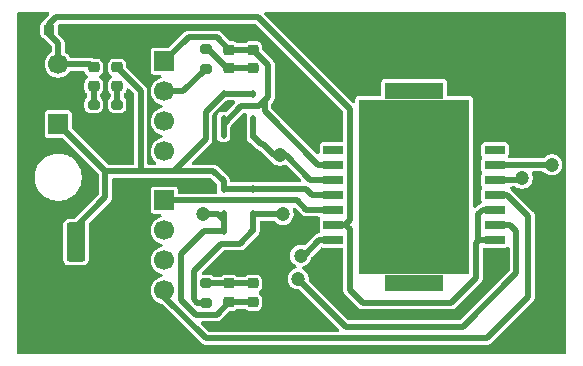
<source format=gbr>
%TF.GenerationSoftware,KiCad,Pcbnew,9.0.1*%
%TF.CreationDate,2025-04-11T16:34:43+02:00*%
%TF.ProjectId,Driver_CMS,44726976-6572-45f4-934d-532e6b696361,rev?*%
%TF.SameCoordinates,Original*%
%TF.FileFunction,Copper,L1,Top*%
%TF.FilePolarity,Positive*%
%FSLAX46Y46*%
G04 Gerber Fmt 4.6, Leading zero omitted, Abs format (unit mm)*
G04 Created by KiCad (PCBNEW 9.0.1) date 2025-04-11 16:34:43*
%MOMM*%
%LPD*%
G01*
G04 APERTURE LIST*
G04 Aperture macros list*
%AMRoundRect*
0 Rectangle with rounded corners*
0 $1 Rounding radius*
0 $2 $3 $4 $5 $6 $7 $8 $9 X,Y pos of 4 corners*
0 Add a 4 corners polygon primitive as box body*
4,1,4,$2,$3,$4,$5,$6,$7,$8,$9,$2,$3,0*
0 Add four circle primitives for the rounded corners*
1,1,$1+$1,$2,$3*
1,1,$1+$1,$4,$5*
1,1,$1+$1,$6,$7*
1,1,$1+$1,$8,$9*
0 Add four rect primitives between the rounded corners*
20,1,$1+$1,$2,$3,$4,$5,0*
20,1,$1+$1,$4,$5,$6,$7,0*
20,1,$1+$1,$6,$7,$8,$9,0*
20,1,$1+$1,$8,$9,$2,$3,0*%
G04 Aperture macros list end*
%TA.AperFunction,SMDPad,CuDef*%
%ADD10RoundRect,0.200000X-0.275000X0.200000X-0.275000X-0.200000X0.275000X-0.200000X0.275000X0.200000X0*%
%TD*%
%TA.AperFunction,SMDPad,CuDef*%
%ADD11RoundRect,0.112500X-0.112500X0.187500X-0.112500X-0.187500X0.112500X-0.187500X0.112500X0.187500X0*%
%TD*%
%TA.AperFunction,SMDPad,CuDef*%
%ADD12RoundRect,0.218750X0.256250X-0.218750X0.256250X0.218750X-0.256250X0.218750X-0.256250X-0.218750X0*%
%TD*%
%TA.AperFunction,SMDPad,CuDef*%
%ADD13R,1.700000X0.700000*%
%TD*%
%TA.AperFunction,SMDPad,CuDef*%
%ADD14R,5.000000X1.450000*%
%TD*%
%TA.AperFunction,SMDPad,CuDef*%
%ADD15R,9.400000X14.800000*%
%TD*%
%TA.AperFunction,ComponentPad*%
%ADD16R,1.700000X1.700000*%
%TD*%
%TA.AperFunction,ComponentPad*%
%ADD17C,1.700000*%
%TD*%
%TA.AperFunction,SMDPad,CuDef*%
%ADD18RoundRect,0.218750X-0.256250X0.218750X-0.256250X-0.218750X0.256250X-0.218750X0.256250X0.218750X0*%
%TD*%
%TA.AperFunction,SMDPad,CuDef*%
%ADD19RoundRect,0.250000X-0.550000X1.412500X-0.550000X-1.412500X0.550000X-1.412500X0.550000X1.412500X0*%
%TD*%
%TA.AperFunction,SMDPad,CuDef*%
%ADD20RoundRect,0.225000X0.225000X0.250000X-0.225000X0.250000X-0.225000X-0.250000X0.225000X-0.250000X0*%
%TD*%
%TA.AperFunction,ViaPad*%
%ADD21C,1.200000*%
%TD*%
%TA.AperFunction,Conductor*%
%ADD22C,0.500000*%
%TD*%
G04 APERTURE END LIST*
D10*
%TO.P,R5,1*%
%TO.N,Net-(D15-A)*%
X135720000Y-65817500D03*
%TO.P,R5,2*%
%TO.N,out_bobine3*%
X135720000Y-67467500D03*
%TD*%
D11*
%TO.P,D5,1,K*%
%TO.N,+24V*%
X139720000Y-57855000D03*
%TO.P,D5,2,A*%
%TO.N,out_bobine3*%
X139720000Y-59955000D03*
%TD*%
%TO.P,D4,1,K*%
%TO.N,out_bobine2*%
X139720000Y-53355000D03*
%TO.P,D4,2,A*%
%TO.N,GND*%
X139720000Y-55455000D03*
%TD*%
D12*
%TO.P,D14,1,K*%
%TO.N,Net-(D14-K)*%
X128220000Y-49142500D03*
%TO.P,D14,2,A*%
%TO.N,+24V*%
X128220000Y-47567500D03*
%TD*%
D13*
%TO.P,U2,1,GND*%
%TO.N,GND*%
X146500000Y-52000000D03*
%TO.P,U2,2,SENSE_A*%
X146500000Y-53270000D03*
%TO.P,U2,3,NC*%
%TO.N,unconnected-(U2-NC-Pad3)*%
X146500000Y-54540000D03*
%TO.P,U2,4,OUT1*%
%TO.N,out_bobine1*%
X146500000Y-55810000D03*
%TO.P,U2,5,OUT2*%
%TO.N,out_bobine2*%
X146500000Y-57080000D03*
%TO.P,U2,6,Vs*%
%TO.N,+24V*%
X146500000Y-58350000D03*
%TO.P,U2,7,IN1*%
%TO.N,alim_bobine1*%
X146500000Y-59620000D03*
%TO.P,U2,8,EnA*%
%TO.N,+5V*%
X146500000Y-60890000D03*
%TO.P,U2,9,IN2*%
%TO.N,alim_bobine2*%
X146500000Y-62160000D03*
%TO.P,U2,10,GND*%
%TO.N,GND*%
X146500000Y-63430000D03*
%TO.P,U2,11,GND*%
X160200000Y-63430000D03*
%TO.P,U2,12,Vss*%
%TO.N,+5V*%
X160200000Y-62160000D03*
%TO.P,U2,13,IN3*%
%TO.N,alim_bobine3*%
X160200000Y-60890000D03*
%TO.P,U2,14,EnB*%
%TO.N,+5V*%
X160200000Y-59620000D03*
%TO.P,U2,15,IN4*%
%TO.N,alim_bobine4*%
X160200000Y-58350000D03*
%TO.P,U2,16,OUT3*%
%TO.N,out_bobine3*%
X160200000Y-57080000D03*
%TO.P,U2,17,OUT4*%
%TO.N,out_bobine4*%
X160200000Y-55810000D03*
%TO.P,U2,18,NC*%
%TO.N,unconnected-(U2-NC-Pad18)*%
X160200000Y-54540000D03*
%TO.P,U2,19,SENSE_B*%
%TO.N,GND*%
X160200000Y-53270000D03*
%TO.P,U2,20,GND*%
X160200000Y-52000000D03*
D14*
%TO.P,U2,21*%
%TO.N,N/C*%
X153350000Y-49590000D03*
D15*
X153350000Y-57715000D03*
D14*
X153350000Y-65840000D03*
%TD*%
D11*
%TO.P,D2,1,K*%
%TO.N,out_bobine1*%
X137220000Y-53305000D03*
%TO.P,D2,2,A*%
%TO.N,GND*%
X137220000Y-55405000D03*
%TD*%
%TO.P,D3,1,K*%
%TO.N,+24V*%
X139720000Y-49805000D03*
%TO.P,D3,2,A*%
%TO.N,out_bobine2*%
X139720000Y-51905000D03*
%TD*%
D12*
%TO.P,D18,1,K*%
%TO.N,Net-(D17-A)*%
X137720000Y-47642500D03*
%TO.P,D18,2,A*%
%TO.N,out_bobine1*%
X137720000Y-46067500D03*
%TD*%
D11*
%TO.P,D7,1,K*%
%TO.N,out_bobine3*%
X139720000Y-61355000D03*
%TO.P,D7,2,A*%
%TO.N,GND*%
X139720000Y-63455000D03*
%TD*%
D16*
%TO.P,J3,1,Pin_1*%
%TO.N,+24V*%
X123220000Y-52355000D03*
D17*
%TO.P,J3,2,Pin_2*%
%TO.N,GND*%
X123220000Y-49815000D03*
%TO.P,J3,3,Pin_3*%
%TO.N,+5V*%
X123220000Y-47275000D03*
%TD*%
D12*
%TO.P,D15,1,K*%
%TO.N,out_bobine4*%
X137720000Y-67430000D03*
%TO.P,D15,2,A*%
%TO.N,Net-(D15-A)*%
X137720000Y-65855000D03*
%TD*%
D10*
%TO.P,R4,1*%
%TO.N,Net-(D14-K)*%
X128220000Y-50705000D03*
%TO.P,R4,2*%
%TO.N,GND*%
X128220000Y-52355000D03*
%TD*%
D18*
%TO.P,D16,1,K*%
%TO.N,Net-(D15-A)*%
X139720000Y-65855000D03*
%TO.P,D16,2,A*%
%TO.N,out_bobine4*%
X139720000Y-67430000D03*
%TD*%
D11*
%TO.P,D8,1,K*%
%TO.N,out_bobine4*%
X137220000Y-61405000D03*
%TO.P,D8,2,A*%
%TO.N,GND*%
X137220000Y-63505000D03*
%TD*%
D16*
%TO.P,J2,1,Pin_1*%
%TO.N,alim_bobine1*%
X132220000Y-58815000D03*
D17*
%TO.P,J2,2,Pin_2*%
%TO.N,alim_bobine2*%
X132220000Y-61355000D03*
%TO.P,J2,3,Pin_3*%
%TO.N,alim_bobine3*%
X132220000Y-63895000D03*
%TO.P,J2,4,Pin_4*%
%TO.N,alim_bobine4*%
X132220000Y-66435000D03*
%TD*%
D11*
%TO.P,D6,1,K*%
%TO.N,+24V*%
X137220000Y-57855000D03*
%TO.P,D6,2,A*%
%TO.N,out_bobine4*%
X137220000Y-59955000D03*
%TD*%
D19*
%TO.P,C2,1*%
%TO.N,+24V*%
X124720000Y-62355000D03*
%TO.P,C2,2*%
%TO.N,GND*%
X124720000Y-67430000D03*
%TD*%
D20*
%TO.P,C1,1*%
%TO.N,GND*%
X123995000Y-44355000D03*
%TO.P,C1,2*%
%TO.N,+5V*%
X122445000Y-44355000D03*
%TD*%
D11*
%TO.P,D1,1,K*%
%TO.N,+24V*%
X137220000Y-49805000D03*
%TO.P,D1,2,A*%
%TO.N,out_bobine1*%
X137220000Y-51905000D03*
%TD*%
D10*
%TO.P,R3,1*%
%TO.N,Net-(D19-K)*%
X126220000Y-50705000D03*
%TO.P,R3,2*%
%TO.N,GND*%
X126220000Y-52355000D03*
%TD*%
D18*
%TO.P,D17,1,K*%
%TO.N,out_bobine1*%
X139720000Y-46067500D03*
%TO.P,D17,2,A*%
%TO.N,Net-(D17-A)*%
X139720000Y-47642500D03*
%TD*%
D16*
%TO.P,J1,1,Pin_1*%
%TO.N,out_bobine1*%
X132220000Y-47045000D03*
D17*
%TO.P,J1,2,Pin_2*%
%TO.N,out_bobine2*%
X132220000Y-49585000D03*
%TO.P,J1,3,Pin_3*%
%TO.N,out_bobine3*%
X132220000Y-52125000D03*
%TO.P,J1,4,Pin_4*%
%TO.N,out_bobine4*%
X132220000Y-54665000D03*
%TD*%
D12*
%TO.P,D19,1,K*%
%TO.N,Net-(D19-K)*%
X126220000Y-49142500D03*
%TO.P,D19,2,A*%
%TO.N,+5V*%
X126220000Y-47567500D03*
%TD*%
D10*
%TO.P,R6,1*%
%TO.N,Net-(D17-A)*%
X135720000Y-46030000D03*
%TO.P,R6,2*%
%TO.N,out_bobine2*%
X135720000Y-47680000D03*
%TD*%
D21*
%TO.N,out_bobine4*%
X165000000Y-55810000D03*
%TO.N,GND*%
X142000000Y-67000000D03*
X146500000Y-65000000D03*
X141000000Y-56500000D03*
%TO.N,out_bobine2*%
X142000000Y-55000000D03*
%TO.N,out_bobine3*%
X162500000Y-56942169D03*
X142250000Y-60000000D03*
%TO.N,out_bobine4*%
X135500000Y-60000000D03*
%TO.N,alim_bobine2*%
X143750000Y-63500000D03*
%TO.N,alim_bobine3*%
X143541645Y-65458355D03*
%TD*%
D22*
%TO.N,alim_bobine3*%
X143541645Y-65458355D02*
X147583290Y-69500000D01*
X161500000Y-60890000D02*
X160200000Y-60890000D01*
X162000000Y-61390000D02*
X161500000Y-60890000D01*
X147583290Y-69500000D02*
X157500000Y-69500000D01*
X162000000Y-65000000D02*
X162000000Y-61390000D01*
X157500000Y-69500000D02*
X162000000Y-65000000D01*
%TO.N,out_bobine3*%
X139765000Y-60000000D02*
X139720000Y-59955000D01*
X142250000Y-60000000D02*
X139765000Y-60000000D01*
%TO.N,alim_bobine1*%
X146500000Y-59620000D02*
X144238169Y-59620000D01*
X144238169Y-59620000D02*
X143433169Y-58815000D01*
X143433169Y-58815000D02*
X132220000Y-58815000D01*
%TO.N,alim_bobine2*%
X143750000Y-63500000D02*
X144000000Y-63500000D01*
X145340000Y-62160000D02*
X146500000Y-62160000D01*
X144000000Y-63500000D02*
X145340000Y-62160000D01*
%TO.N,out_bobine4*%
X162023240Y-55791169D02*
X162004409Y-55810000D01*
X162976760Y-55791169D02*
X162023240Y-55791169D01*
X162004409Y-55810000D02*
X160200000Y-55810000D01*
X165000000Y-55810000D02*
X162995591Y-55810000D01*
X162995591Y-55810000D02*
X162976760Y-55791169D01*
%TO.N,+5V*%
X158601000Y-62409000D02*
X158601000Y-65399000D01*
X159168000Y-59620000D02*
X158799000Y-59989000D01*
X125927500Y-47275000D02*
X126220000Y-47567500D01*
X146500000Y-60890000D02*
X147532000Y-60890000D01*
X122445000Y-43880000D02*
X122445000Y-44355000D01*
X140131000Y-43329000D02*
X122996000Y-43329000D01*
X158799000Y-62109000D02*
X158850000Y-62160000D01*
X158850000Y-62160000D02*
X158601000Y-62409000D01*
X147901000Y-66401000D02*
X147901000Y-61259000D01*
X149000000Y-67500000D02*
X147901000Y-66401000D01*
X147901000Y-61259000D02*
X147532000Y-60890000D01*
X123220000Y-47275000D02*
X125927500Y-47275000D01*
X160200000Y-62160000D02*
X158850000Y-62160000D01*
X156500000Y-67500000D02*
X149000000Y-67500000D01*
X160200000Y-59620000D02*
X159168000Y-59620000D01*
X158601000Y-65399000D02*
X156500000Y-67500000D01*
X147901000Y-60521000D02*
X147901000Y-51099000D01*
X158799000Y-59989000D02*
X158799000Y-62109000D01*
X147532000Y-60890000D02*
X147901000Y-60521000D01*
X123220000Y-47275000D02*
X123220000Y-45520000D01*
X122996000Y-43329000D02*
X122445000Y-43880000D01*
X122445000Y-44745000D02*
X122445000Y-44355000D01*
X147901000Y-51099000D02*
X140131000Y-43329000D01*
X123220000Y-45520000D02*
X122445000Y-44745000D01*
%TO.N,GND*%
X146500000Y-53270000D02*
X146500000Y-52000000D01*
X137220000Y-55405000D02*
X139670000Y-55405000D01*
X137220000Y-63505000D02*
X139670000Y-63505000D01*
X139670000Y-55405000D02*
X139720000Y-55455000D01*
X160200000Y-53270000D02*
X160200000Y-52000000D01*
X139670000Y-63505000D02*
X139720000Y-63455000D01*
%TO.N,+24V*%
X144697214Y-58350000D02*
X146500000Y-58350000D01*
X124720000Y-62355000D02*
X124720000Y-61054353D01*
X128220000Y-47567500D02*
X130220000Y-49567500D01*
X127220000Y-56355000D02*
X125720000Y-54855000D01*
X137220000Y-57220000D02*
X136355000Y-56355000D01*
X133019700Y-56355000D02*
X130220000Y-56355000D01*
X137220000Y-49805000D02*
X135720000Y-51305000D01*
X127220000Y-58554353D02*
X127220000Y-56355000D01*
X137220000Y-49805000D02*
X139720000Y-49805000D01*
X139500000Y-57855000D02*
X139720000Y-57855000D01*
X144202214Y-57855000D02*
X144697214Y-58350000D01*
X130220000Y-56355000D02*
X127220000Y-56355000D01*
X135720000Y-51305000D02*
X135720000Y-53654700D01*
X137220000Y-57855000D02*
X139500000Y-57855000D01*
X124720000Y-61054353D02*
X127220000Y-58554353D01*
X123220000Y-52355000D02*
X125720000Y-54855000D01*
X130220000Y-49567500D02*
X130220000Y-56355000D01*
X136355000Y-56355000D02*
X133019700Y-56355000D01*
X139500000Y-57855000D02*
X144202214Y-57855000D01*
X135720000Y-53654700D02*
X133019700Y-56355000D01*
X137220000Y-57855000D02*
X137220000Y-57220000D01*
%TO.N,out_bobine1*%
X141000000Y-50075000D02*
X141000000Y-47347500D01*
X145256339Y-55810000D02*
X140720000Y-51273661D01*
X140720000Y-50355000D02*
X141000000Y-50075000D01*
X137220000Y-52355000D02*
X137220000Y-51905000D01*
X140720000Y-51273661D02*
X140720000Y-50355000D01*
X136652500Y-45000000D02*
X137720000Y-46067500D01*
X141000000Y-47347500D02*
X139720000Y-46067500D01*
X140220000Y-50855000D02*
X140720000Y-50355000D01*
X138720000Y-50855000D02*
X140220000Y-50855000D01*
X137720000Y-46067500D02*
X139720000Y-46067500D01*
X137220000Y-53305000D02*
X137220000Y-52355000D01*
X132220000Y-47045000D02*
X134265000Y-45000000D01*
X137220000Y-52355000D02*
X138720000Y-50855000D01*
X134265000Y-45000000D02*
X136652500Y-45000000D01*
X146500000Y-55810000D02*
X145256339Y-55810000D01*
%TO.N,out_bobine2*%
X144560000Y-57080000D02*
X146500000Y-57080000D01*
X141500000Y-55000000D02*
X140540000Y-54040000D01*
X142000000Y-55000000D02*
X141500000Y-55000000D01*
X132220000Y-49585000D02*
X133815000Y-49585000D01*
X142480000Y-55000000D02*
X144560000Y-57080000D01*
X140405000Y-54040000D02*
X139720000Y-53355000D01*
X140540000Y-54040000D02*
X140405000Y-54040000D01*
X133815000Y-49585000D02*
X135720000Y-47680000D01*
X142000000Y-55000000D02*
X142480000Y-55000000D01*
X139720000Y-53355000D02*
X139720000Y-51905000D01*
%TO.N,out_bobine3*%
X162500000Y-56942169D02*
X162362169Y-57080000D01*
X134967500Y-67467500D02*
X135720000Y-67467500D01*
X139720000Y-61355000D02*
X138575000Y-62500000D01*
X134694000Y-67194000D02*
X134967500Y-67467500D01*
X136983552Y-62500000D02*
X134694000Y-64789552D01*
X139720000Y-60500000D02*
X139720000Y-61355000D01*
X138575000Y-62500000D02*
X136983552Y-62500000D01*
X134694000Y-64789552D02*
X134694000Y-67194000D01*
X162362169Y-57080000D02*
X160200000Y-57080000D01*
X139720000Y-59955000D02*
X139720000Y-60500000D01*
%TO.N,out_bobine4*%
X136720000Y-60000000D02*
X137220000Y-60500000D01*
X137220000Y-60500000D02*
X137220000Y-61405000D01*
X135500000Y-60000000D02*
X136720000Y-60000000D01*
X139720000Y-67430000D02*
X137720000Y-67430000D01*
X136650000Y-68500000D02*
X137720000Y-67430000D01*
X133650000Y-63350000D02*
X133650000Y-67285000D01*
X133650000Y-67285000D02*
X134865000Y-68500000D01*
X135595000Y-61405000D02*
X133650000Y-63350000D01*
X137220000Y-61405000D02*
X135595000Y-61405000D01*
X137220000Y-59955000D02*
X137220000Y-60500000D01*
X134865000Y-68500000D02*
X136650000Y-68500000D01*
%TO.N,Net-(D14-K)*%
X128220000Y-50705000D02*
X128220000Y-49142500D01*
%TO.N,Net-(D15-A)*%
X135720000Y-65817500D02*
X137682500Y-65817500D01*
X137682500Y-65817500D02*
X137720000Y-65855000D01*
X139720000Y-65855000D02*
X137720000Y-65855000D01*
%TO.N,Net-(D17-A)*%
X135895000Y-46030000D02*
X137507500Y-47642500D01*
X137720000Y-47642500D02*
X139720000Y-47642500D01*
X135720000Y-46030000D02*
X135895000Y-46030000D01*
X137507500Y-47642500D02*
X137720000Y-47642500D01*
%TO.N,Net-(D19-K)*%
X126220000Y-49142500D02*
X126220000Y-50705000D01*
%TO.N,alim_bobine4*%
X135732214Y-70500000D02*
X159500000Y-70500000D01*
X163000000Y-67000000D02*
X163000000Y-60118000D01*
X132220000Y-66987786D02*
X135732214Y-70500000D01*
X159500000Y-70500000D02*
X163000000Y-67000000D01*
X163000000Y-60118000D02*
X161232000Y-58350000D01*
X161232000Y-58350000D02*
X160200000Y-58350000D01*
X132220000Y-66435000D02*
X132220000Y-66987786D01*
%TD*%
%TA.AperFunction,Conductor*%
%TO.N,GND*%
G36*
X122405758Y-42875462D02*
G01*
X122460296Y-42930000D01*
X122480258Y-43004500D01*
X122460296Y-43079000D01*
X122436617Y-43109859D01*
X122004490Y-43541984D01*
X121950793Y-43634991D01*
X121911789Y-43679213D01*
X121844923Y-43729921D01*
X121844920Y-43729924D01*
X121757638Y-43845020D01*
X121757635Y-43845026D01*
X121704640Y-43979409D01*
X121694500Y-44063852D01*
X121694500Y-44646147D01*
X121704640Y-44730590D01*
X121757635Y-44864973D01*
X121757638Y-44864979D01*
X121826574Y-44955883D01*
X121844922Y-44980078D01*
X121960025Y-45067364D01*
X121978797Y-45074766D01*
X122029494Y-45108019D01*
X122625859Y-45704383D01*
X122664423Y-45771178D01*
X122669500Y-45809742D01*
X122669500Y-46176945D01*
X122649538Y-46251445D01*
X122608080Y-46297489D01*
X122470500Y-46397446D01*
X122470497Y-46397448D01*
X122342448Y-46525497D01*
X122342446Y-46525500D01*
X122236005Y-46672003D01*
X122236005Y-46672004D01*
X122153789Y-46833360D01*
X122130675Y-46904500D01*
X122097829Y-47005591D01*
X122069500Y-47184454D01*
X122069500Y-47365546D01*
X122097829Y-47544409D01*
X122153789Y-47716639D01*
X122225829Y-47858025D01*
X122236005Y-47877995D01*
X122236005Y-47877996D01*
X122259509Y-47910346D01*
X122342447Y-48024501D01*
X122470499Y-48152553D01*
X122617006Y-48258996D01*
X122778361Y-48341211D01*
X122950591Y-48397171D01*
X123129454Y-48425500D01*
X123129458Y-48425500D01*
X123310542Y-48425500D01*
X123310546Y-48425500D01*
X123489409Y-48397171D01*
X123661639Y-48341211D01*
X123822994Y-48258996D01*
X123969501Y-48152553D01*
X124097553Y-48024501D01*
X124197511Y-47886920D01*
X124257451Y-47838382D01*
X124318055Y-47825500D01*
X125319653Y-47825500D01*
X125394153Y-47845462D01*
X125448691Y-47900000D01*
X125458262Y-47919833D01*
X125484940Y-47987483D01*
X125506884Y-48043130D01*
X125506884Y-48043131D01*
X125593131Y-48156865D01*
X125593134Y-48156868D01*
X125697849Y-48236276D01*
X125745149Y-48297198D01*
X125755652Y-48373607D01*
X125726542Y-48445031D01*
X125697849Y-48473724D01*
X125593134Y-48553131D01*
X125593131Y-48553134D01*
X125506884Y-48666868D01*
X125506884Y-48666869D01*
X125490882Y-48707448D01*
X125456353Y-48795010D01*
X125454521Y-48799655D01*
X125454520Y-48799657D01*
X125450216Y-48835499D01*
X125444500Y-48883098D01*
X125444500Y-49401902D01*
X125454521Y-49485346D01*
X125506885Y-49618132D01*
X125593133Y-49731867D01*
X125593135Y-49731868D01*
X125593137Y-49731871D01*
X125610529Y-49745059D01*
X125628645Y-49768391D01*
X125649538Y-49789284D01*
X125651999Y-49798469D01*
X125657830Y-49805979D01*
X125669500Y-49863784D01*
X125669500Y-50011450D01*
X125649538Y-50085950D01*
X125609795Y-50130729D01*
X125587454Y-50147453D01*
X125587452Y-50147455D01*
X125501204Y-50262666D01*
X125501202Y-50262670D01*
X125450908Y-50397517D01*
X125444500Y-50457114D01*
X125444500Y-50952863D01*
X125444502Y-50952888D01*
X125450908Y-51012478D01*
X125450909Y-51012484D01*
X125501202Y-51147329D01*
X125501204Y-51147333D01*
X125587452Y-51262544D01*
X125587455Y-51262547D01*
X125702666Y-51348795D01*
X125702670Y-51348797D01*
X125837517Y-51399091D01*
X125897114Y-51405499D01*
X125897118Y-51405499D01*
X125897127Y-51405500D01*
X126542872Y-51405499D01*
X126602483Y-51399091D01*
X126698447Y-51363298D01*
X126737329Y-51348797D01*
X126737333Y-51348795D01*
X126824710Y-51283384D01*
X126852546Y-51262546D01*
X126938796Y-51147331D01*
X126941156Y-51141005D01*
X126960449Y-51089277D01*
X126989091Y-51012483D01*
X126993983Y-50966984D01*
X126995499Y-50952885D01*
X126995499Y-50952882D01*
X126995500Y-50952873D01*
X126995499Y-50457128D01*
X126989091Y-50397517D01*
X126948051Y-50287483D01*
X126938797Y-50262670D01*
X126938795Y-50262666D01*
X126852547Y-50147455D01*
X126852545Y-50147453D01*
X126830205Y-50130729D01*
X126811667Y-50107155D01*
X126790462Y-50085950D01*
X126788120Y-50077211D01*
X126782529Y-50070101D01*
X126770500Y-50011450D01*
X126770500Y-49863784D01*
X126790462Y-49789284D01*
X126829471Y-49745059D01*
X126846862Y-49731871D01*
X126846862Y-49731870D01*
X126846867Y-49731867D01*
X126933115Y-49618132D01*
X126985479Y-49485346D01*
X126995500Y-49401902D01*
X126995500Y-48883098D01*
X126985479Y-48799654D01*
X126933115Y-48666868D01*
X126892109Y-48612793D01*
X126846868Y-48553134D01*
X126846865Y-48553131D01*
X126791606Y-48511227D01*
X126742149Y-48473722D01*
X126694850Y-48412803D01*
X126684347Y-48336393D01*
X126713457Y-48264969D01*
X126742148Y-48236277D01*
X126846867Y-48156867D01*
X126933115Y-48043132D01*
X126985479Y-47910346D01*
X126995500Y-47826902D01*
X126995500Y-47308098D01*
X126985479Y-47224654D01*
X126933115Y-47091868D01*
X126850014Y-46982283D01*
X126846868Y-46978134D01*
X126846865Y-46978131D01*
X126762982Y-46914521D01*
X126733132Y-46891885D01*
X126733130Y-46891884D01*
X126686782Y-46873607D01*
X126600346Y-46839521D01*
X126600343Y-46839520D01*
X126600342Y-46839520D01*
X126516902Y-46829500D01*
X126296796Y-46829500D01*
X126237857Y-46817347D01*
X126229846Y-46813896D01*
X126139985Y-46762016D01*
X126069446Y-46743115D01*
X126059008Y-46740318D01*
X126059001Y-46740315D01*
X125999977Y-46724500D01*
X125999975Y-46724500D01*
X124318055Y-46724500D01*
X124243555Y-46704538D01*
X124197511Y-46663080D01*
X124168447Y-46623077D01*
X124097553Y-46525499D01*
X123969501Y-46397447D01*
X123831920Y-46297489D01*
X123783382Y-46237549D01*
X123770500Y-46176945D01*
X123770500Y-45447525D01*
X123770499Y-45447523D01*
X123755591Y-45391884D01*
X123732984Y-45307515D01*
X123704387Y-45257984D01*
X123660510Y-45181986D01*
X123238877Y-44760353D01*
X123200313Y-44693558D01*
X123195963Y-44650598D01*
X123195500Y-44650598D01*
X123195500Y-44063857D01*
X123195499Y-44063847D01*
X123193388Y-44046263D01*
X123204326Y-43969914D01*
X123251973Y-43909264D01*
X123323562Y-43880563D01*
X123341325Y-43879500D01*
X139841257Y-43879500D01*
X139915757Y-43899462D01*
X139946616Y-43923141D01*
X147306859Y-51283384D01*
X147345423Y-51350179D01*
X147350500Y-51388743D01*
X147350500Y-53740500D01*
X147330538Y-53815000D01*
X147276000Y-53869538D01*
X147201500Y-53889500D01*
X145605133Y-53889500D01*
X145580010Y-53892414D01*
X145580007Y-53892415D01*
X145477235Y-53937793D01*
X145397793Y-54017235D01*
X145352416Y-54120005D01*
X145352415Y-54120008D01*
X145352415Y-54120009D01*
X145349500Y-54145135D01*
X145349500Y-54145136D01*
X145349500Y-54145140D01*
X145349500Y-54764918D01*
X145329538Y-54839418D01*
X145275000Y-54893956D01*
X145200500Y-54913918D01*
X145126000Y-54893956D01*
X145095141Y-54870277D01*
X141314141Y-51089277D01*
X141275577Y-51022482D01*
X141270500Y-50983918D01*
X141270500Y-50644743D01*
X141290462Y-50570243D01*
X141314141Y-50539384D01*
X141369768Y-50483757D01*
X141440510Y-50413015D01*
X141512984Y-50287485D01*
X141517633Y-50270135D01*
X141519634Y-50262670D01*
X141539642Y-50187996D01*
X141550500Y-50147475D01*
X141550500Y-47275025D01*
X141512984Y-47135015D01*
X141502857Y-47117474D01*
X141488073Y-47091868D01*
X141440510Y-47009485D01*
X140539141Y-46108116D01*
X140500577Y-46041321D01*
X140495500Y-46002757D01*
X140495500Y-45808099D01*
X140495500Y-45808098D01*
X140485479Y-45724654D01*
X140433115Y-45591868D01*
X140351537Y-45484291D01*
X140346868Y-45478134D01*
X140346865Y-45478131D01*
X140291891Y-45436443D01*
X140233132Y-45391885D01*
X140233130Y-45391884D01*
X140205072Y-45380819D01*
X140100346Y-45339521D01*
X140100343Y-45339520D01*
X140100342Y-45339520D01*
X140016902Y-45329500D01*
X139423098Y-45329500D01*
X139423097Y-45329500D01*
X139339657Y-45339520D01*
X139339655Y-45339520D01*
X139339654Y-45339521D01*
X139287291Y-45360170D01*
X139206869Y-45391884D01*
X139206868Y-45391884D01*
X139085012Y-45484291D01*
X139083172Y-45481865D01*
X139031112Y-45511923D01*
X138992548Y-45517000D01*
X138447452Y-45517000D01*
X138372952Y-45497038D01*
X138355485Y-45483635D01*
X138354988Y-45484291D01*
X138305722Y-45446932D01*
X138233132Y-45391885D01*
X138233130Y-45391884D01*
X138205072Y-45380819D01*
X138100346Y-45339521D01*
X138100343Y-45339520D01*
X138100342Y-45339520D01*
X138016902Y-45329500D01*
X137822243Y-45329500D01*
X137747743Y-45309538D01*
X137716884Y-45285859D01*
X136990515Y-44559490D01*
X136864985Y-44487016D01*
X136724975Y-44449500D01*
X134192525Y-44449500D01*
X134052515Y-44487016D01*
X134052513Y-44487016D01*
X134052513Y-44487017D01*
X133926984Y-44559490D01*
X132635614Y-45850859D01*
X132568819Y-45889423D01*
X132530255Y-45894500D01*
X131325133Y-45894500D01*
X131300010Y-45897414D01*
X131300007Y-45897415D01*
X131197235Y-45942793D01*
X131117793Y-46022235D01*
X131072416Y-46125005D01*
X131072415Y-46125008D01*
X131072415Y-46125009D01*
X131069500Y-46150135D01*
X131069500Y-46150139D01*
X131069500Y-46150140D01*
X131069500Y-47939866D01*
X131072414Y-47964989D01*
X131072415Y-47964992D01*
X131117793Y-48067764D01*
X131117794Y-48067765D01*
X131197235Y-48147206D01*
X131300009Y-48192585D01*
X131325135Y-48195500D01*
X131832596Y-48195499D01*
X131907094Y-48215461D01*
X131961632Y-48269999D01*
X131981594Y-48344499D01*
X131961632Y-48418999D01*
X131907094Y-48473537D01*
X131878638Y-48486206D01*
X131778364Y-48518786D01*
X131778363Y-48518787D01*
X131617004Y-48601005D01*
X131617003Y-48601005D01*
X131470500Y-48707446D01*
X131470497Y-48707448D01*
X131342448Y-48835497D01*
X131342446Y-48835500D01*
X131236005Y-48982003D01*
X131236005Y-48982004D01*
X131153789Y-49143360D01*
X131153789Y-49143361D01*
X131097829Y-49315591D01*
X131069500Y-49494454D01*
X131069500Y-49675546D01*
X131097829Y-49854409D01*
X131153789Y-50026639D01*
X131236004Y-50187994D01*
X131342447Y-50334501D01*
X131470499Y-50462553D01*
X131617006Y-50568996D01*
X131778361Y-50651211D01*
X131950591Y-50707171D01*
X131950592Y-50707171D01*
X131950595Y-50707172D01*
X131954779Y-50707835D01*
X132025238Y-50739206D01*
X132070573Y-50801604D01*
X132078634Y-50878310D01*
X132047263Y-50948769D01*
X131984865Y-50994104D01*
X131954779Y-51002165D01*
X131950595Y-51002827D01*
X131778360Y-51058789D01*
X131617004Y-51141005D01*
X131617003Y-51141005D01*
X131470500Y-51247446D01*
X131470497Y-51247448D01*
X131342448Y-51375497D01*
X131342446Y-51375500D01*
X131236005Y-51522003D01*
X131236005Y-51522004D01*
X131153789Y-51683360D01*
X131142012Y-51719607D01*
X131097829Y-51855591D01*
X131069500Y-52034454D01*
X131069500Y-52215546D01*
X131097829Y-52394409D01*
X131153789Y-52566639D01*
X131236004Y-52727994D01*
X131342447Y-52874501D01*
X131470499Y-53002553D01*
X131617006Y-53108996D01*
X131778361Y-53191211D01*
X131950591Y-53247171D01*
X131950592Y-53247171D01*
X131950595Y-53247172D01*
X131954779Y-53247835D01*
X132025238Y-53279206D01*
X132070573Y-53341604D01*
X132078634Y-53418310D01*
X132047263Y-53488769D01*
X131984865Y-53534104D01*
X131954779Y-53542165D01*
X131950595Y-53542827D01*
X131778360Y-53598789D01*
X131617004Y-53681005D01*
X131617003Y-53681005D01*
X131470500Y-53787446D01*
X131470497Y-53787448D01*
X131342448Y-53915497D01*
X131342446Y-53915500D01*
X131236005Y-54062003D01*
X131236005Y-54062004D01*
X131153789Y-54223360D01*
X131128714Y-54300536D01*
X131097829Y-54395591D01*
X131069500Y-54574454D01*
X131069500Y-54755546D01*
X131097829Y-54934409D01*
X131153789Y-55106639D01*
X131231676Y-55259500D01*
X131236005Y-55267995D01*
X131236005Y-55267996D01*
X131249983Y-55287235D01*
X131319889Y-55383453D01*
X131342446Y-55414499D01*
X131342448Y-55414502D01*
X131474639Y-55546693D01*
X131473770Y-55547561D01*
X131513771Y-55605764D01*
X131519822Y-55682655D01*
X131486616Y-55752269D01*
X131423053Y-55795954D01*
X131373317Y-55804500D01*
X130919500Y-55804500D01*
X130845000Y-55784538D01*
X130790462Y-55730000D01*
X130770500Y-55655500D01*
X130770500Y-49495025D01*
X130770499Y-49495021D01*
X130732984Y-49355015D01*
X130730955Y-49351501D01*
X130730950Y-49351492D01*
X130660510Y-49229485D01*
X129039141Y-47608116D01*
X129000577Y-47541321D01*
X128995500Y-47502757D01*
X128995500Y-47308099D01*
X128995500Y-47308098D01*
X128985479Y-47224654D01*
X128933115Y-47091868D01*
X128850014Y-46982283D01*
X128846868Y-46978134D01*
X128846865Y-46978131D01*
X128762982Y-46914521D01*
X128733132Y-46891885D01*
X128733130Y-46891884D01*
X128686782Y-46873607D01*
X128600346Y-46839521D01*
X128600343Y-46839520D01*
X128600342Y-46839520D01*
X128516902Y-46829500D01*
X127923098Y-46829500D01*
X127923097Y-46829500D01*
X127839657Y-46839520D01*
X127839655Y-46839520D01*
X127839654Y-46839521D01*
X127787291Y-46860170D01*
X127706869Y-46891884D01*
X127706868Y-46891884D01*
X127593134Y-46978131D01*
X127593131Y-46978134D01*
X127506884Y-47091868D01*
X127506884Y-47091869D01*
X127454521Y-47224655D01*
X127454520Y-47224657D01*
X127444500Y-47308097D01*
X127444500Y-47826902D01*
X127454520Y-47910342D01*
X127454520Y-47910343D01*
X127454521Y-47910346D01*
X127484940Y-47987483D01*
X127506884Y-48043130D01*
X127506884Y-48043131D01*
X127593131Y-48156865D01*
X127593134Y-48156868D01*
X127697849Y-48236276D01*
X127745149Y-48297198D01*
X127755652Y-48373607D01*
X127726542Y-48445031D01*
X127697849Y-48473724D01*
X127593134Y-48553131D01*
X127593131Y-48553134D01*
X127506884Y-48666868D01*
X127506884Y-48666869D01*
X127490882Y-48707448D01*
X127456353Y-48795010D01*
X127454521Y-48799655D01*
X127454520Y-48799657D01*
X127450216Y-48835499D01*
X127444500Y-48883098D01*
X127444500Y-49401902D01*
X127454521Y-49485346D01*
X127506885Y-49618132D01*
X127593133Y-49731867D01*
X127593135Y-49731868D01*
X127593137Y-49731871D01*
X127610529Y-49745059D01*
X127628645Y-49768391D01*
X127649538Y-49789284D01*
X127651999Y-49798469D01*
X127657830Y-49805979D01*
X127669500Y-49863784D01*
X127669500Y-50011450D01*
X127649538Y-50085950D01*
X127609795Y-50130729D01*
X127587454Y-50147453D01*
X127587452Y-50147455D01*
X127501204Y-50262666D01*
X127501202Y-50262670D01*
X127450908Y-50397517D01*
X127444500Y-50457114D01*
X127444500Y-50952863D01*
X127444502Y-50952888D01*
X127450908Y-51012478D01*
X127450909Y-51012484D01*
X127501202Y-51147329D01*
X127501204Y-51147333D01*
X127587452Y-51262544D01*
X127587455Y-51262547D01*
X127702666Y-51348795D01*
X127702670Y-51348797D01*
X127837517Y-51399091D01*
X127897114Y-51405499D01*
X127897118Y-51405499D01*
X127897127Y-51405500D01*
X128542872Y-51405499D01*
X128602483Y-51399091D01*
X128698447Y-51363298D01*
X128737329Y-51348797D01*
X128737333Y-51348795D01*
X128824710Y-51283384D01*
X128852546Y-51262546D01*
X128938796Y-51147331D01*
X128941156Y-51141005D01*
X128960449Y-51089277D01*
X128989091Y-51012483D01*
X128993983Y-50966984D01*
X128995499Y-50952885D01*
X128995499Y-50952882D01*
X128995500Y-50952873D01*
X128995499Y-50457128D01*
X128989091Y-50397517D01*
X128948051Y-50287483D01*
X128938797Y-50262670D01*
X128938795Y-50262666D01*
X128852547Y-50147455D01*
X128852545Y-50147453D01*
X128830205Y-50130729D01*
X128811667Y-50107155D01*
X128790462Y-50085950D01*
X128788120Y-50077211D01*
X128782529Y-50070101D01*
X128770500Y-50011450D01*
X128770500Y-49863784D01*
X128790462Y-49789284D01*
X128829471Y-49745059D01*
X128846862Y-49731871D01*
X128846862Y-49731870D01*
X128846867Y-49731867D01*
X128933115Y-49618132D01*
X128985479Y-49485346D01*
X128989012Y-49455926D01*
X129017714Y-49384338D01*
X129078366Y-49336692D01*
X129154714Y-49325755D01*
X129226303Y-49354457D01*
X129242308Y-49368333D01*
X129625859Y-49751884D01*
X129664423Y-49818679D01*
X129669500Y-49857243D01*
X129669500Y-55655500D01*
X129649538Y-55730000D01*
X129595000Y-55784538D01*
X129520500Y-55804500D01*
X127509743Y-55804500D01*
X127435243Y-55784538D01*
X127404384Y-55760859D01*
X124414140Y-52770615D01*
X124375576Y-52703820D01*
X124370499Y-52665256D01*
X124370499Y-51460133D01*
X124367585Y-51435010D01*
X124367584Y-51435008D01*
X124322206Y-51332235D01*
X124242765Y-51252794D01*
X124242764Y-51252793D01*
X124139994Y-51207416D01*
X124139991Y-51207415D01*
X124139982Y-51207414D01*
X124114865Y-51204500D01*
X124114859Y-51204500D01*
X122325133Y-51204500D01*
X122300010Y-51207414D01*
X122300007Y-51207415D01*
X122197235Y-51252793D01*
X122117793Y-51332235D01*
X122072416Y-51435005D01*
X122072415Y-51435008D01*
X122072415Y-51435009D01*
X122069500Y-51460135D01*
X122069500Y-51460136D01*
X122069500Y-51460140D01*
X122069500Y-53249866D01*
X122072414Y-53274989D01*
X122072415Y-53274992D01*
X122117793Y-53377764D01*
X122117794Y-53377765D01*
X122197235Y-53457206D01*
X122300009Y-53502585D01*
X122325135Y-53505500D01*
X123530256Y-53505499D01*
X123604756Y-53525461D01*
X123635615Y-53549140D01*
X126625859Y-56539384D01*
X126664423Y-56606179D01*
X126669500Y-56644743D01*
X126669500Y-58264610D01*
X126649538Y-58339110D01*
X126625859Y-58369969D01*
X124647469Y-60348359D01*
X124580674Y-60386923D01*
X124542110Y-60392000D01*
X124126894Y-60392000D01*
X124038436Y-60402622D01*
X123897658Y-60458138D01*
X123897658Y-60458139D01*
X123777079Y-60549576D01*
X123777076Y-60549579D01*
X123685639Y-60670158D01*
X123685638Y-60670158D01*
X123630122Y-60810936D01*
X123619500Y-60899394D01*
X123619500Y-63810605D01*
X123630122Y-63899063D01*
X123685638Y-64039841D01*
X123777076Y-64160420D01*
X123777079Y-64160423D01*
X123800547Y-64178219D01*
X123897658Y-64251861D01*
X124038436Y-64307377D01*
X124126898Y-64318000D01*
X124126899Y-64318000D01*
X125313101Y-64318000D01*
X125313102Y-64318000D01*
X125401564Y-64307377D01*
X125542342Y-64251861D01*
X125662922Y-64160422D01*
X125754361Y-64039842D01*
X125809877Y-63899064D01*
X125820500Y-63810602D01*
X125820500Y-60899398D01*
X125811229Y-60822193D01*
X125822166Y-60745844D01*
X125853804Y-60699072D01*
X127660510Y-58892368D01*
X127732984Y-58766838D01*
X127754105Y-58688015D01*
X127770500Y-58626828D01*
X127770500Y-57054500D01*
X127790462Y-56980000D01*
X127845000Y-56925462D01*
X127919500Y-56905500D01*
X130147525Y-56905500D01*
X130292475Y-56905500D01*
X132947225Y-56905500D01*
X132947226Y-56905500D01*
X133092174Y-56905500D01*
X136065257Y-56905500D01*
X136139757Y-56925462D01*
X136170616Y-56949141D01*
X136625859Y-57404384D01*
X136664423Y-57471179D01*
X136669500Y-57509743D01*
X136669500Y-57927478D01*
X136689423Y-58001830D01*
X136694226Y-58031368D01*
X136694500Y-58035887D01*
X136694501Y-58075002D01*
X136698348Y-58099293D01*
X136698784Y-58106474D01*
X136692466Y-58137450D01*
X136689161Y-58168899D01*
X136684840Y-58174845D01*
X136683372Y-58182047D01*
X136662408Y-58205719D01*
X136643825Y-58231296D01*
X136637111Y-58234285D01*
X136632238Y-58239788D01*
X136602247Y-58249806D01*
X136573364Y-58262666D01*
X136560792Y-58263655D01*
X136559084Y-58264226D01*
X136557540Y-58263911D01*
X136550058Y-58264500D01*
X133519499Y-58264500D01*
X133444999Y-58244538D01*
X133390461Y-58190000D01*
X133370499Y-58115500D01*
X133370499Y-57920133D01*
X133367585Y-57895010D01*
X133367584Y-57895008D01*
X133322206Y-57792235D01*
X133242765Y-57712794D01*
X133242764Y-57712793D01*
X133139994Y-57667416D01*
X133139991Y-57667415D01*
X133139982Y-57667414D01*
X133114865Y-57664500D01*
X133114859Y-57664500D01*
X131325133Y-57664500D01*
X131300010Y-57667414D01*
X131300007Y-57667415D01*
X131197235Y-57712793D01*
X131117793Y-57792235D01*
X131072416Y-57895005D01*
X131072415Y-57895008D01*
X131072415Y-57895009D01*
X131069500Y-57920135D01*
X131069500Y-57920136D01*
X131069500Y-57920140D01*
X131069500Y-59709866D01*
X131072414Y-59734989D01*
X131072415Y-59734992D01*
X131117793Y-59837764D01*
X131117794Y-59837765D01*
X131197235Y-59917206D01*
X131300009Y-59962585D01*
X131325135Y-59965500D01*
X131832596Y-59965499D01*
X131907094Y-59985461D01*
X131961632Y-60039999D01*
X131981594Y-60114499D01*
X131961632Y-60188999D01*
X131907094Y-60243537D01*
X131878638Y-60256206D01*
X131778364Y-60288786D01*
X131778363Y-60288787D01*
X131617004Y-60371005D01*
X131617003Y-60371005D01*
X131470500Y-60477446D01*
X131470497Y-60477448D01*
X131342448Y-60605497D01*
X131342446Y-60605500D01*
X131236005Y-60752003D01*
X131236005Y-60752004D01*
X131153789Y-60913360D01*
X131146815Y-60934825D01*
X131097829Y-61085591D01*
X131069500Y-61264454D01*
X131069500Y-61445546D01*
X131097829Y-61624409D01*
X131153789Y-61796639D01*
X131234733Y-61955500D01*
X131236005Y-61957995D01*
X131236005Y-61957996D01*
X131265899Y-61999141D01*
X131342447Y-62104501D01*
X131470499Y-62232553D01*
X131617006Y-62338996D01*
X131778361Y-62421211D01*
X131950591Y-62477171D01*
X131950592Y-62477171D01*
X131950595Y-62477172D01*
X131954779Y-62477835D01*
X132025238Y-62509206D01*
X132070573Y-62571604D01*
X132078634Y-62648310D01*
X132047263Y-62718769D01*
X131984865Y-62764104D01*
X131954779Y-62772165D01*
X131950595Y-62772827D01*
X131778360Y-62828789D01*
X131617004Y-62911005D01*
X131617003Y-62911005D01*
X131470500Y-63017446D01*
X131470497Y-63017448D01*
X131342448Y-63145497D01*
X131342446Y-63145500D01*
X131236005Y-63292003D01*
X131236005Y-63292004D01*
X131153789Y-63453360D01*
X131153789Y-63453361D01*
X131097829Y-63625591D01*
X131069500Y-63804454D01*
X131069500Y-63985546D01*
X131097829Y-64164409D01*
X131153789Y-64336639D01*
X131235836Y-64497665D01*
X131236005Y-64497995D01*
X131236005Y-64497996D01*
X131268934Y-64543319D01*
X131342447Y-64644501D01*
X131470499Y-64772553D01*
X131617006Y-64878996D01*
X131778361Y-64961211D01*
X131950591Y-65017171D01*
X131950592Y-65017171D01*
X131950595Y-65017172D01*
X131954779Y-65017835D01*
X132025238Y-65049206D01*
X132070573Y-65111604D01*
X132078634Y-65188310D01*
X132047263Y-65258769D01*
X131984865Y-65304104D01*
X131954779Y-65312165D01*
X131950595Y-65312827D01*
X131778360Y-65368789D01*
X131617004Y-65451005D01*
X131617003Y-65451005D01*
X131470500Y-65557446D01*
X131470497Y-65557448D01*
X131342448Y-65685497D01*
X131342446Y-65685500D01*
X131236005Y-65832003D01*
X131236005Y-65832004D01*
X131153789Y-65993360D01*
X131115483Y-66111257D01*
X131097829Y-66165591D01*
X131069500Y-66344454D01*
X131069500Y-66525546D01*
X131097829Y-66704409D01*
X131153789Y-66876639D01*
X131229469Y-67025169D01*
X131236005Y-67037995D01*
X131236005Y-67037996D01*
X131271721Y-67087155D01*
X131342447Y-67184501D01*
X131470499Y-67312553D01*
X131617006Y-67418996D01*
X131778361Y-67501211D01*
X131950591Y-67557171D01*
X131974383Y-67560939D01*
X132044843Y-67592309D01*
X132056435Y-67602746D01*
X135394200Y-70940510D01*
X135519729Y-71012984D01*
X135659739Y-71050500D01*
X159572475Y-71050500D01*
X159712485Y-71012984D01*
X159838015Y-70940510D01*
X163440510Y-67338015D01*
X163512984Y-67212485D01*
X163520482Y-67184501D01*
X163550500Y-67072475D01*
X163550500Y-60045525D01*
X163512984Y-59905515D01*
X163499711Y-59882525D01*
X163473868Y-59837764D01*
X163440513Y-59779990D01*
X163440509Y-59779985D01*
X161570014Y-57909489D01*
X161568368Y-57908539D01*
X161568367Y-57908538D01*
X161568366Y-57908538D01*
X161568363Y-57908536D01*
X161567013Y-57907186D01*
X161562269Y-57903546D01*
X161562748Y-57902921D01*
X161526532Y-57866705D01*
X161513829Y-57854003D01*
X161513828Y-57854001D01*
X161513827Y-57854000D01*
X161495428Y-57785335D01*
X161493865Y-57779503D01*
X161493865Y-57779500D01*
X161513827Y-57705000D01*
X161555940Y-57662887D01*
X161568362Y-57650464D01*
X161568363Y-57650463D01*
X161568365Y-57650462D01*
X161616494Y-57637566D01*
X161642862Y-57630500D01*
X161864104Y-57630500D01*
X161938604Y-57650462D01*
X161946884Y-57655611D01*
X162073451Y-57740181D01*
X162073453Y-57740182D01*
X162237334Y-57808063D01*
X162411309Y-57842669D01*
X162588691Y-57842669D01*
X162762666Y-57808063D01*
X162926547Y-57740182D01*
X163074035Y-57641633D01*
X163199464Y-57516204D01*
X163298013Y-57368716D01*
X163365894Y-57204835D01*
X163400500Y-57030860D01*
X163400500Y-56853478D01*
X163365894Y-56679503D01*
X163319094Y-56566518D01*
X163309028Y-56490051D01*
X163338544Y-56418794D01*
X163399734Y-56371842D01*
X163456753Y-56360500D01*
X164215283Y-56360500D01*
X164289783Y-56380462D01*
X164320642Y-56404141D01*
X164425965Y-56509464D01*
X164425968Y-56509466D01*
X164573451Y-56608012D01*
X164573453Y-56608013D01*
X164737334Y-56675894D01*
X164911309Y-56710500D01*
X165088691Y-56710500D01*
X165262666Y-56675894D01*
X165426547Y-56608013D01*
X165574035Y-56509464D01*
X165699464Y-56384035D01*
X165798013Y-56236547D01*
X165865894Y-56072666D01*
X165900500Y-55898691D01*
X165900500Y-55721309D01*
X165865894Y-55547334D01*
X165798013Y-55383453D01*
X165774135Y-55347718D01*
X165699466Y-55235968D01*
X165699462Y-55235963D01*
X165574036Y-55110537D01*
X165574031Y-55110533D01*
X165426548Y-55011987D01*
X165426546Y-55011986D01*
X165262667Y-54944106D01*
X165262663Y-54944105D01*
X165088691Y-54909500D01*
X164911309Y-54909500D01*
X164737336Y-54944105D01*
X164737332Y-54944106D01*
X164573453Y-55011986D01*
X164573451Y-55011987D01*
X164425968Y-55110533D01*
X164425963Y-55110537D01*
X164320642Y-55215859D01*
X164253847Y-55254423D01*
X164215283Y-55259500D01*
X163139129Y-55259500D01*
X163100566Y-55254423D01*
X163049237Y-55240669D01*
X163049235Y-55240669D01*
X161950765Y-55240669D01*
X161950762Y-55240669D01*
X161899434Y-55254423D01*
X161860871Y-55259500D01*
X161444007Y-55259500D01*
X161369507Y-55239538D01*
X161314969Y-55185000D01*
X161295007Y-55110500D01*
X161307703Y-55050316D01*
X161318419Y-55026044D01*
X161347585Y-54959991D01*
X161350500Y-54934865D01*
X161350499Y-54145136D01*
X161347585Y-54120009D01*
X161302206Y-54017235D01*
X161222765Y-53937794D01*
X161222764Y-53937793D01*
X161119994Y-53892416D01*
X161119991Y-53892415D01*
X161119982Y-53892414D01*
X161094865Y-53889500D01*
X161094859Y-53889500D01*
X159305133Y-53889500D01*
X159280010Y-53892414D01*
X159280007Y-53892415D01*
X159177235Y-53937793D01*
X159097793Y-54017235D01*
X159052416Y-54120005D01*
X159052415Y-54120008D01*
X159052415Y-54120009D01*
X159049500Y-54145135D01*
X159049500Y-54145136D01*
X159049500Y-54145140D01*
X159049500Y-54934866D01*
X159052414Y-54959989D01*
X159052415Y-54959992D01*
X159097793Y-55062764D01*
X159104670Y-55069641D01*
X159143234Y-55136436D01*
X159143234Y-55213564D01*
X159104670Y-55280359D01*
X159097793Y-55287235D01*
X159052416Y-55390005D01*
X159052415Y-55390008D01*
X159052415Y-55390009D01*
X159049500Y-55415135D01*
X159049500Y-55415139D01*
X159049500Y-55415140D01*
X159049500Y-56204866D01*
X159052414Y-56229989D01*
X159052415Y-56229992D01*
X159097793Y-56332764D01*
X159104670Y-56339641D01*
X159143234Y-56406436D01*
X159143234Y-56483564D01*
X159104670Y-56550359D01*
X159097793Y-56557235D01*
X159052416Y-56660005D01*
X159052415Y-56660008D01*
X159052415Y-56660009D01*
X159049500Y-56685135D01*
X159049500Y-56685139D01*
X159049500Y-56685140D01*
X159049500Y-57474866D01*
X159052414Y-57499989D01*
X159052415Y-57499992D01*
X159097793Y-57602764D01*
X159104670Y-57609641D01*
X159143234Y-57676436D01*
X159143234Y-57753564D01*
X159104670Y-57820359D01*
X159097793Y-57827235D01*
X159052416Y-57930005D01*
X159052415Y-57930008D01*
X159052415Y-57930009D01*
X159049500Y-57955135D01*
X159049500Y-57955139D01*
X159049500Y-57955140D01*
X159049500Y-58744866D01*
X159052414Y-58769989D01*
X159052415Y-58769992D01*
X159103371Y-58885396D01*
X159100111Y-58886835D01*
X159100740Y-58888618D01*
X159113351Y-58910458D01*
X159113351Y-58924414D01*
X159117989Y-58937577D01*
X159113353Y-58962365D01*
X159113355Y-58987586D01*
X159106377Y-58999673D01*
X159103812Y-59013391D01*
X159087404Y-59032540D01*
X159074795Y-59054383D01*
X159062708Y-59061361D01*
X159053628Y-59071960D01*
X159008002Y-59092951D01*
X158992025Y-59097233D01*
X158992019Y-59097234D01*
X158955516Y-59107015D01*
X158829984Y-59179490D01*
X158604858Y-59404617D01*
X158538063Y-59443181D01*
X158460935Y-59443181D01*
X158394140Y-59404617D01*
X158355576Y-59337822D01*
X158350499Y-59299258D01*
X158350499Y-50270133D01*
X158347585Y-50245010D01*
X158347584Y-50245008D01*
X158302206Y-50142235D01*
X158222765Y-50062794D01*
X158222764Y-50062793D01*
X158119994Y-50017416D01*
X158119991Y-50017415D01*
X158119982Y-50017414D01*
X158094865Y-50014500D01*
X158094859Y-50014500D01*
X156299499Y-50014500D01*
X156224999Y-49994538D01*
X156170461Y-49940000D01*
X156150499Y-49865500D01*
X156150499Y-48820133D01*
X156147585Y-48795010D01*
X156147584Y-48795008D01*
X156102206Y-48692235D01*
X156022765Y-48612794D01*
X156022764Y-48612793D01*
X155919994Y-48567416D01*
X155919991Y-48567415D01*
X155919982Y-48567414D01*
X155894865Y-48564500D01*
X155894859Y-48564500D01*
X150805133Y-48564500D01*
X150780010Y-48567414D01*
X150780007Y-48567415D01*
X150677235Y-48612793D01*
X150597793Y-48692235D01*
X150552416Y-48795005D01*
X150552415Y-48795008D01*
X150552415Y-48795009D01*
X150549500Y-48820135D01*
X150549500Y-48820136D01*
X150549500Y-48820140D01*
X150549500Y-49865500D01*
X150529538Y-49940000D01*
X150475000Y-49994538D01*
X150400500Y-50014500D01*
X148605133Y-50014500D01*
X148580010Y-50017414D01*
X148580007Y-50017415D01*
X148477235Y-50062793D01*
X148397793Y-50142235D01*
X148352416Y-50245005D01*
X148352415Y-50245008D01*
X148352415Y-50245009D01*
X148349500Y-50270135D01*
X148349500Y-50270136D01*
X148349500Y-50270140D01*
X148349500Y-50409257D01*
X148329538Y-50483757D01*
X148275000Y-50538295D01*
X148200500Y-50558257D01*
X148126000Y-50538295D01*
X148095141Y-50514616D01*
X140690384Y-43109859D01*
X140651820Y-43043064D01*
X140651820Y-42965936D01*
X140690384Y-42899141D01*
X140757179Y-42860577D01*
X140795743Y-42855500D01*
X166070500Y-42855500D01*
X166145000Y-42875462D01*
X166199538Y-42930000D01*
X166219500Y-43004500D01*
X166219500Y-71705500D01*
X166199538Y-71780000D01*
X166145000Y-71834538D01*
X166070500Y-71854500D01*
X119869500Y-71854500D01*
X119795000Y-71834538D01*
X119740462Y-71780000D01*
X119720500Y-71705500D01*
X119720500Y-56723876D01*
X121219500Y-56723876D01*
X121219500Y-56986119D01*
X121253728Y-57246107D01*
X121253728Y-57246110D01*
X121321600Y-57499415D01*
X121321600Y-57499416D01*
X121378824Y-57637566D01*
X121421957Y-57741697D01*
X121530678Y-57930009D01*
X121553078Y-57968806D01*
X121553078Y-57968807D01*
X121712715Y-58176848D01*
X121898151Y-58362284D01*
X121954471Y-58405500D01*
X122106197Y-58521924D01*
X122333303Y-58653043D01*
X122537809Y-58737752D01*
X122575583Y-58753399D01*
X122663332Y-58776910D01*
X122828884Y-58821270D01*
X122828890Y-58821270D01*
X122828891Y-58821271D01*
X122865834Y-58826134D01*
X123088877Y-58855499D01*
X123088878Y-58855500D01*
X123088880Y-58855500D01*
X123351122Y-58855500D01*
X123351122Y-58855499D01*
X123611108Y-58821271D01*
X123611110Y-58821271D01*
X123611111Y-58821270D01*
X123611116Y-58821270D01*
X123864415Y-58753399D01*
X123864416Y-58753399D01*
X123864417Y-58753398D01*
X123864419Y-58753398D01*
X124106697Y-58653043D01*
X124333803Y-58521924D01*
X124541848Y-58362284D01*
X124541849Y-58362284D01*
X124727284Y-58176849D01*
X124727284Y-58176848D01*
X124757516Y-58137450D01*
X124886924Y-57968803D01*
X125018043Y-57741697D01*
X125118398Y-57499419D01*
X125186270Y-57246116D01*
X125220500Y-56986120D01*
X125220500Y-56723880D01*
X125186270Y-56463884D01*
X125118398Y-56210581D01*
X125018043Y-55968303D01*
X124886924Y-55741197D01*
X124886921Y-55741193D01*
X124886921Y-55741192D01*
X124727284Y-55533151D01*
X124541848Y-55347715D01*
X124333806Y-55188078D01*
X124311154Y-55175000D01*
X124192749Y-55106639D01*
X124106701Y-55056959D01*
X124106699Y-55056958D01*
X124106697Y-55056957D01*
X123998128Y-55011986D01*
X123864416Y-54956600D01*
X123630620Y-54893956D01*
X123611116Y-54888730D01*
X123611114Y-54888729D01*
X123611108Y-54888728D01*
X123351123Y-54854500D01*
X123351120Y-54854500D01*
X123088880Y-54854500D01*
X123088876Y-54854500D01*
X122828892Y-54888728D01*
X122828889Y-54888728D01*
X122575584Y-54956600D01*
X122575583Y-54956600D01*
X122333298Y-55056959D01*
X122106193Y-55188078D01*
X122106192Y-55188078D01*
X121898151Y-55347715D01*
X121898151Y-55347716D01*
X121898149Y-55347718D01*
X121712718Y-55533149D01*
X121712716Y-55533151D01*
X121712715Y-55533151D01*
X121553078Y-55741192D01*
X121553078Y-55741193D01*
X121421959Y-55968298D01*
X121321600Y-56210583D01*
X121321600Y-56210584D01*
X121253728Y-56463889D01*
X121253728Y-56463892D01*
X121219500Y-56723876D01*
X119720500Y-56723876D01*
X119720500Y-43004500D01*
X119740462Y-42930000D01*
X119795000Y-42875462D01*
X119869500Y-42855500D01*
X122331258Y-42855500D01*
X122405758Y-42875462D01*
G37*
%TD.AperFunction*%
%TA.AperFunction,Conductor*%
G36*
X143304881Y-59467040D02*
G01*
X143319534Y-59479890D01*
X143900154Y-60060510D01*
X144025684Y-60132984D01*
X144165694Y-60170500D01*
X144165695Y-60170500D01*
X144310643Y-60170500D01*
X145255993Y-60170500D01*
X145330493Y-60190462D01*
X145385031Y-60245000D01*
X145404993Y-60319500D01*
X145392297Y-60379684D01*
X145352416Y-60470005D01*
X145352415Y-60470008D01*
X145352415Y-60470009D01*
X145349500Y-60495135D01*
X145349500Y-60495139D01*
X145349500Y-60495140D01*
X145349500Y-61284866D01*
X145352414Y-61309989D01*
X145352414Y-61309990D01*
X145392394Y-61400534D01*
X145404225Y-61476750D01*
X145376363Y-61548670D01*
X145316275Y-61597023D01*
X145275541Y-61608444D01*
X145267528Y-61609499D01*
X145225932Y-61620644D01*
X145127515Y-61647016D01*
X145127513Y-61647016D01*
X145127513Y-61647017D01*
X145001984Y-61719490D01*
X144131289Y-62590184D01*
X144064494Y-62628748D01*
X143996862Y-62630962D01*
X143838691Y-62599500D01*
X143661309Y-62599500D01*
X143487336Y-62634105D01*
X143487332Y-62634106D01*
X143323453Y-62701986D01*
X143323451Y-62701987D01*
X143175968Y-62800533D01*
X143175963Y-62800537D01*
X143050537Y-62925963D01*
X143050533Y-62925968D01*
X142951987Y-63073451D01*
X142951986Y-63073453D01*
X142884106Y-63237332D01*
X142884105Y-63237336D01*
X142849500Y-63411308D01*
X142849500Y-63588691D01*
X142884105Y-63762663D01*
X142884106Y-63762667D01*
X142951986Y-63926546D01*
X142951987Y-63926548D01*
X143050533Y-64074031D01*
X143050536Y-64074035D01*
X143175965Y-64199464D01*
X143175968Y-64199466D01*
X143323449Y-64298011D01*
X143323451Y-64298012D01*
X143323453Y-64298013D01*
X143335466Y-64302989D01*
X143396656Y-64349940D01*
X143426172Y-64421197D01*
X143416106Y-64497665D01*
X143369154Y-64558856D01*
X143307518Y-64586784D01*
X143278977Y-64592461D01*
X143115098Y-64660341D01*
X143115096Y-64660342D01*
X142967613Y-64758888D01*
X142967608Y-64758892D01*
X142842182Y-64884318D01*
X142842178Y-64884323D01*
X142743632Y-65031806D01*
X142743631Y-65031808D01*
X142675751Y-65195687D01*
X142675750Y-65195691D01*
X142641145Y-65369663D01*
X142641145Y-65547046D01*
X142675750Y-65721018D01*
X142675751Y-65721022D01*
X142743631Y-65884901D01*
X142743632Y-65884903D01*
X142816102Y-65993361D01*
X142842181Y-66032390D01*
X142967610Y-66157819D01*
X142967613Y-66157821D01*
X143115096Y-66256367D01*
X143115098Y-66256368D01*
X143278979Y-66324249D01*
X143452954Y-66358855D01*
X143601902Y-66358855D01*
X143676402Y-66378817D01*
X143707261Y-66402496D01*
X146999908Y-69695143D01*
X147038471Y-69761936D01*
X147038471Y-69839064D01*
X146999907Y-69905859D01*
X146933112Y-69944423D01*
X146894548Y-69949500D01*
X136021956Y-69949500D01*
X135947456Y-69929538D01*
X135916597Y-69905859D01*
X135315597Y-69304859D01*
X135277033Y-69238064D01*
X135277033Y-69160936D01*
X135315597Y-69094141D01*
X135382392Y-69055577D01*
X135420956Y-69050500D01*
X136722475Y-69050500D01*
X136862485Y-69012984D01*
X136907463Y-68987016D01*
X136988015Y-68940510D01*
X137716883Y-68211640D01*
X137783678Y-68173077D01*
X137822242Y-68168000D01*
X138016901Y-68168000D01*
X138016902Y-68168000D01*
X138100346Y-68157979D01*
X138233132Y-68105615D01*
X138346867Y-68019367D01*
X138346866Y-68019367D01*
X138354988Y-68013209D01*
X138356827Y-68015634D01*
X138408888Y-67985577D01*
X138447452Y-67980500D01*
X138992548Y-67980500D01*
X139067048Y-68000462D01*
X139084514Y-68013864D01*
X139085012Y-68013209D01*
X139093133Y-68019367D01*
X139206868Y-68105615D01*
X139339654Y-68157979D01*
X139423098Y-68168000D01*
X139423099Y-68168000D01*
X140016901Y-68168000D01*
X140016902Y-68168000D01*
X140100346Y-68157979D01*
X140233132Y-68105615D01*
X140346867Y-68019367D01*
X140433115Y-67905632D01*
X140485479Y-67772846D01*
X140495500Y-67689402D01*
X140495500Y-67170598D01*
X140485479Y-67087154D01*
X140433115Y-66954368D01*
X140399433Y-66909952D01*
X140346868Y-66840634D01*
X140346865Y-66840631D01*
X140258219Y-66773409D01*
X140242149Y-66761222D01*
X140194850Y-66700303D01*
X140184347Y-66623893D01*
X140213457Y-66552469D01*
X140242148Y-66523777D01*
X140346867Y-66444367D01*
X140433115Y-66330632D01*
X140485479Y-66197846D01*
X140495500Y-66114402D01*
X140495500Y-65595598D01*
X140485479Y-65512154D01*
X140433115Y-65379368D01*
X140401756Y-65338015D01*
X140346868Y-65265634D01*
X140346865Y-65265631D01*
X140284578Y-65218398D01*
X140233132Y-65179385D01*
X140233130Y-65179384D01*
X140179162Y-65158102D01*
X140100346Y-65127021D01*
X140100343Y-65127020D01*
X140100342Y-65127020D01*
X140016902Y-65117000D01*
X139423098Y-65117000D01*
X139423097Y-65117000D01*
X139339657Y-65127020D01*
X139339655Y-65127020D01*
X139339654Y-65127021D01*
X139287291Y-65147670D01*
X139206869Y-65179384D01*
X139206868Y-65179384D01*
X139085012Y-65271791D01*
X139083172Y-65269365D01*
X139031112Y-65299423D01*
X138992548Y-65304500D01*
X138447452Y-65304500D01*
X138372952Y-65284538D01*
X138355485Y-65271135D01*
X138354988Y-65271791D01*
X138284578Y-65218398D01*
X138233132Y-65179385D01*
X138233130Y-65179384D01*
X138179162Y-65158102D01*
X138100346Y-65127021D01*
X138100343Y-65127020D01*
X138100342Y-65127020D01*
X138016902Y-65117000D01*
X137423098Y-65117000D01*
X137423097Y-65117000D01*
X137339657Y-65127020D01*
X137339655Y-65127020D01*
X137339654Y-65127021D01*
X137287291Y-65147670D01*
X137206869Y-65179384D01*
X137206868Y-65179384D01*
X137131255Y-65236724D01*
X137059831Y-65265834D01*
X137041224Y-65267000D01*
X136411551Y-65267000D01*
X136337051Y-65247038D01*
X136322258Y-65237280D01*
X136237333Y-65173704D01*
X136237329Y-65173702D01*
X136102482Y-65123408D01*
X136042885Y-65117000D01*
X135504794Y-65117000D01*
X135430294Y-65097038D01*
X135375756Y-65042500D01*
X135355794Y-64968000D01*
X135375756Y-64893500D01*
X135399431Y-64862645D01*
X137167936Y-63094141D01*
X137234731Y-63055577D01*
X137273295Y-63050500D01*
X138647475Y-63050500D01*
X138787485Y-63012984D01*
X138832463Y-62987016D01*
X138913015Y-62940510D01*
X139870006Y-61983516D01*
X139936799Y-61944954D01*
X139952049Y-61941712D01*
X139961715Y-61940182D01*
X140078281Y-61880789D01*
X140170789Y-61788281D01*
X140230182Y-61671715D01*
X140245500Y-61575003D01*
X140245499Y-61540391D01*
X140250576Y-61501827D01*
X140257102Y-61477475D01*
X140270500Y-61427475D01*
X140270500Y-60699500D01*
X140290462Y-60625000D01*
X140345000Y-60570462D01*
X140419500Y-60550500D01*
X141465283Y-60550500D01*
X141539783Y-60570462D01*
X141570642Y-60594141D01*
X141675965Y-60699464D01*
X141675968Y-60699466D01*
X141823451Y-60798012D01*
X141823453Y-60798013D01*
X141987334Y-60865894D01*
X142161309Y-60900500D01*
X142338691Y-60900500D01*
X142512666Y-60865894D01*
X142676547Y-60798013D01*
X142824035Y-60699464D01*
X142949464Y-60574035D01*
X143048013Y-60426547D01*
X143115894Y-60262666D01*
X143150500Y-60088691D01*
X143150500Y-59911309D01*
X143149347Y-59905515D01*
X143135871Y-59837764D01*
X143115894Y-59737334D01*
X143085860Y-59664824D01*
X143076517Y-59642268D01*
X143066450Y-59565800D01*
X143095966Y-59494543D01*
X143157156Y-59447591D01*
X143233624Y-59437524D01*
X143304881Y-59467040D01*
G37*
%TD.AperFunction*%
%TA.AperFunction,Conductor*%
G36*
X161364840Y-62755169D02*
G01*
X161423416Y-62805344D01*
X161449057Y-62878086D01*
X161449500Y-62889562D01*
X161449500Y-64710257D01*
X161429538Y-64784757D01*
X161405859Y-64815616D01*
X157315616Y-68905859D01*
X157248821Y-68944423D01*
X157210257Y-68949500D01*
X147873033Y-68949500D01*
X147798533Y-68929538D01*
X147767674Y-68905859D01*
X144485786Y-65623971D01*
X144447222Y-65557176D01*
X144442145Y-65518612D01*
X144442145Y-65369663D01*
X144407539Y-65195691D01*
X144407538Y-65195687D01*
X144404482Y-65188310D01*
X144339658Y-65031808D01*
X144335708Y-65025897D01*
X144241111Y-64884323D01*
X144241107Y-64884318D01*
X144115681Y-64758892D01*
X144115676Y-64758888D01*
X143968193Y-64660342D01*
X143968191Y-64660341D01*
X143956175Y-64655364D01*
X143894986Y-64608411D01*
X143865471Y-64537153D01*
X143875540Y-64460685D01*
X143922493Y-64399496D01*
X143984131Y-64371570D01*
X144012666Y-64365894D01*
X144176547Y-64298013D01*
X144324035Y-64199464D01*
X144449464Y-64074035D01*
X144548013Y-63926547D01*
X144615894Y-63762666D01*
X144631915Y-63682120D01*
X144666027Y-63612947D01*
X144672678Y-63605845D01*
X145433169Y-62845354D01*
X145499962Y-62806792D01*
X145568816Y-62806792D01*
X145568874Y-62806293D01*
X145573176Y-62806792D01*
X145577090Y-62806792D01*
X145577646Y-62806942D01*
X145580006Y-62807583D01*
X145580009Y-62807585D01*
X145605135Y-62810500D01*
X147201500Y-62810499D01*
X147276000Y-62830461D01*
X147330538Y-62884999D01*
X147350500Y-62959499D01*
X147350500Y-66473477D01*
X147358382Y-66502893D01*
X147362430Y-66517999D01*
X147388016Y-66613485D01*
X147460490Y-66739015D01*
X148661985Y-67940510D01*
X148742537Y-67987016D01*
X148787515Y-68012984D01*
X148927525Y-68050500D01*
X156572475Y-68050500D01*
X156712485Y-68012984D01*
X156757463Y-67987016D01*
X156838015Y-67940510D01*
X159041510Y-65737015D01*
X159113984Y-65611485D01*
X159130325Y-65550500D01*
X159151500Y-65471475D01*
X159151500Y-62959480D01*
X159171462Y-62884980D01*
X159226000Y-62830442D01*
X159300500Y-62810480D01*
X159301163Y-62810499D01*
X159305126Y-62810499D01*
X159305135Y-62810500D01*
X161094864Y-62810499D01*
X161094866Y-62810499D01*
X161107427Y-62809042D01*
X161119991Y-62807585D01*
X161222765Y-62762206D01*
X161222764Y-62762206D01*
X161235396Y-62756629D01*
X161236649Y-62759466D01*
X161289024Y-62741005D01*
X161364840Y-62755169D01*
G37*
%TD.AperFunction*%
%TA.AperFunction,Conductor*%
G36*
X138155757Y-50375462D02*
G01*
X138210295Y-50430000D01*
X138230257Y-50504500D01*
X138210295Y-50579000D01*
X138186616Y-50609859D01*
X137528296Y-51268177D01*
X137461501Y-51306741D01*
X137399631Y-51309984D01*
X137376319Y-51306292D01*
X137365003Y-51304500D01*
X137365001Y-51304500D01*
X137075001Y-51304500D01*
X136978284Y-51319818D01*
X136978282Y-51319819D01*
X136861718Y-51379211D01*
X136769211Y-51471718D01*
X136709818Y-51588283D01*
X136709818Y-51588285D01*
X136694500Y-51684997D01*
X136694500Y-51684998D01*
X136694500Y-51685001D01*
X136694500Y-51719607D01*
X136689423Y-51758172D01*
X136669500Y-51832523D01*
X136669500Y-53377478D01*
X136689423Y-53451830D01*
X136694500Y-53490390D01*
X136694500Y-53524997D01*
X136696938Y-53540389D01*
X136709818Y-53621715D01*
X136769211Y-53738281D01*
X136861719Y-53830789D01*
X136978285Y-53890182D01*
X137074997Y-53905500D01*
X137365002Y-53905499D01*
X137461715Y-53890182D01*
X137578281Y-53830789D01*
X137670789Y-53738281D01*
X137730182Y-53621715D01*
X137745500Y-53525003D01*
X137745499Y-53490390D01*
X137750576Y-53451827D01*
X137770500Y-53377475D01*
X137770500Y-52644743D01*
X137790462Y-52570243D01*
X137814141Y-52539384D01*
X138904384Y-51449141D01*
X138921371Y-51439333D01*
X138935243Y-51425462D01*
X138954191Y-51420384D01*
X138971179Y-51410577D01*
X139009743Y-51405500D01*
X139064312Y-51405500D01*
X139138812Y-51425462D01*
X139193350Y-51480000D01*
X139213312Y-51554500D01*
X139211478Y-51577809D01*
X139209819Y-51588282D01*
X139209818Y-51588285D01*
X139194500Y-51684997D01*
X139194500Y-51685001D01*
X139194500Y-51685002D01*
X139194500Y-51719607D01*
X139189423Y-51758172D01*
X139169500Y-51832523D01*
X139169500Y-53427475D01*
X139186120Y-53489501D01*
X139186121Y-53489504D01*
X139189424Y-53501832D01*
X139194500Y-53540389D01*
X139194500Y-53574997D01*
X139209818Y-53671715D01*
X139209819Y-53671717D01*
X139268786Y-53787446D01*
X139269211Y-53788281D01*
X139361719Y-53880789D01*
X139478285Y-53940182D01*
X139487943Y-53941711D01*
X139558402Y-53973082D01*
X139569993Y-53983518D01*
X140066985Y-54480510D01*
X140192515Y-54552984D01*
X140265889Y-54572644D01*
X140332683Y-54611208D01*
X141161985Y-55440510D01*
X141212212Y-55469508D01*
X141261600Y-55515764D01*
X141284570Y-55550141D01*
X141300536Y-55574035D01*
X141425965Y-55699464D01*
X141425968Y-55699466D01*
X141573451Y-55798012D01*
X141573453Y-55798013D01*
X141737334Y-55865894D01*
X141911309Y-55900500D01*
X142088691Y-55900500D01*
X142262666Y-55865894D01*
X142386145Y-55814747D01*
X142462612Y-55804681D01*
X142533869Y-55834196D01*
X142548522Y-55847047D01*
X143751616Y-57050141D01*
X143790180Y-57116936D01*
X143790180Y-57194064D01*
X143751616Y-57260859D01*
X143684821Y-57299423D01*
X143646257Y-57304500D01*
X140065554Y-57304500D01*
X139997910Y-57288260D01*
X139981198Y-57279745D01*
X139961716Y-57269818D01*
X139945596Y-57267265D01*
X139865003Y-57254500D01*
X139864998Y-57254500D01*
X139575001Y-57254500D01*
X139478283Y-57269818D01*
X139478282Y-57269818D01*
X139442090Y-57288260D01*
X139374446Y-57304500D01*
X137919500Y-57304500D01*
X137845000Y-57284538D01*
X137790462Y-57230000D01*
X137770500Y-57155500D01*
X137770500Y-57147525D01*
X137732984Y-57007515D01*
X137720632Y-56986120D01*
X137660510Y-56881985D01*
X136693015Y-55914490D01*
X136567485Y-55842016D01*
X136427475Y-55804500D01*
X134708443Y-55804500D01*
X134633943Y-55784538D01*
X134579405Y-55730000D01*
X134559443Y-55655500D01*
X134579405Y-55581000D01*
X134603084Y-55550141D01*
X135313807Y-54839418D01*
X136160510Y-53992715D01*
X136232984Y-53867185D01*
X136242737Y-53830789D01*
X136243615Y-53827514D01*
X136270499Y-53727178D01*
X136270500Y-53727174D01*
X136270500Y-51594742D01*
X136290462Y-51520242D01*
X136314137Y-51489387D01*
X137370007Y-50433516D01*
X137422295Y-50399648D01*
X137436762Y-50394133D01*
X137461715Y-50390182D01*
X137505026Y-50368113D01*
X137512485Y-50365271D01*
X137534105Y-50363050D01*
X137565554Y-50355500D01*
X138081257Y-50355500D01*
X138155757Y-50375462D01*
G37*
%TD.AperFunction*%
%TD*%
M02*

</source>
